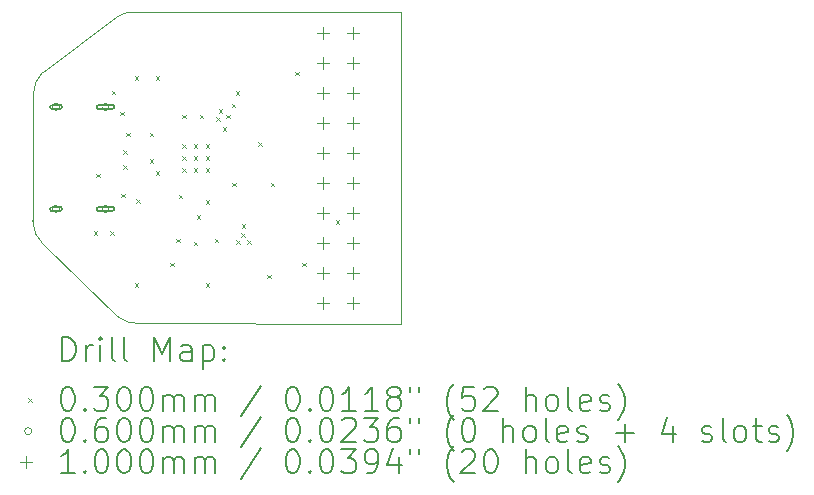
<source format=gbr>
%FSLAX45Y45*%
G04 Gerber Fmt 4.5, Leading zero omitted, Abs format (unit mm)*
G04 Created by KiCad (PCBNEW 5.99.0-unknown-c33b2cfa8d~128~ubuntu20.04.1) date 2021-05-18 07:10:54*
%MOMM*%
%LPD*%
G01*
G04 APERTURE LIST*
%TA.AperFunction,Profile*%
%ADD10C,0.050000*%
%TD*%
%ADD11C,0.200000*%
%ADD12C,0.030000*%
%ADD13C,0.060000*%
%ADD14C,0.100000*%
G04 APERTURE END LIST*
D10*
X13750000Y-9465000D02*
X13745000Y-10530000D01*
X13830546Y-9270546D02*
X14453756Y-8808178D01*
X14470000Y-11345000D02*
X13838911Y-10736959D01*
X16630000Y-8760000D02*
X16865000Y-8760000D01*
X16865000Y-11405000D02*
X16635000Y-11405000D01*
X16865000Y-8760000D02*
X16865000Y-11405000D01*
X14453756Y-8808178D02*
G75*
G02*
X14610000Y-8765000I141244J-206822D01*
G01*
X16630000Y-8760000D02*
X14610000Y-8765000D01*
X14635026Y-11401142D02*
G75*
G02*
X14470000Y-11345000I-10026J241142D01*
G01*
X13838911Y-10736959D02*
G75*
G02*
X13745000Y-10530000I181089J206959D01*
G01*
X13830546Y-9270546D02*
G75*
G03*
X13750000Y-9465000I194454J-194454D01*
G01*
X16635000Y-11405000D02*
X14635026Y-11401142D01*
D11*
D12*
X14262700Y-10620000D02*
X14292700Y-10650000D01*
X14292700Y-10620000D02*
X14262700Y-10650000D01*
X14285000Y-10135000D02*
X14315000Y-10165000D01*
X14315000Y-10135000D02*
X14285000Y-10165000D01*
X14402400Y-10620000D02*
X14432400Y-10650000D01*
X14432400Y-10620000D02*
X14402400Y-10650000D01*
X14413750Y-9431250D02*
X14443750Y-9461250D01*
X14443750Y-9431250D02*
X14413750Y-9461250D01*
X14485000Y-9610000D02*
X14515000Y-9640000D01*
X14515000Y-9610000D02*
X14485000Y-9640000D01*
X14493700Y-10302500D02*
X14523700Y-10332500D01*
X14523700Y-10302500D02*
X14493700Y-10332500D01*
X14510000Y-9935000D02*
X14540000Y-9965000D01*
X14540000Y-9935000D02*
X14510000Y-9965000D01*
X14510000Y-10062700D02*
X14540000Y-10092700D01*
X14540000Y-10062700D02*
X14510000Y-10092700D01*
X14535000Y-9785000D02*
X14565000Y-9815000D01*
X14565000Y-9785000D02*
X14535000Y-9815000D01*
X14610000Y-9310000D02*
X14640000Y-9340000D01*
X14640000Y-9310000D02*
X14610000Y-9340000D01*
X14610000Y-11060000D02*
X14640000Y-11090000D01*
X14640000Y-11060000D02*
X14610000Y-11090000D01*
X14622500Y-10347500D02*
X14652500Y-10377500D01*
X14652500Y-10347500D02*
X14622500Y-10377500D01*
X14735000Y-9785000D02*
X14765000Y-9815000D01*
X14765000Y-9785000D02*
X14735000Y-9815000D01*
X14735000Y-10010000D02*
X14765000Y-10040000D01*
X14765000Y-10010000D02*
X14735000Y-10040000D01*
X14785000Y-9310000D02*
X14815000Y-9340000D01*
X14815000Y-9310000D02*
X14785000Y-9340000D01*
X14787700Y-10112700D02*
X14817700Y-10142700D01*
X14817700Y-10112700D02*
X14787700Y-10142700D01*
X14910000Y-10885000D02*
X14940000Y-10915000D01*
X14940000Y-10885000D02*
X14910000Y-10915000D01*
X14960000Y-10685000D02*
X14990000Y-10715000D01*
X14990000Y-10685000D02*
X14960000Y-10715000D01*
X14982300Y-10310000D02*
X15012300Y-10340000D01*
X15012300Y-10310000D02*
X14982300Y-10340000D01*
X15010000Y-9635000D02*
X15040000Y-9665000D01*
X15040000Y-9635000D02*
X15010000Y-9665000D01*
X15010000Y-9885000D02*
X15040000Y-9915000D01*
X15040000Y-9885000D02*
X15010000Y-9915000D01*
X15010000Y-9985000D02*
X15040000Y-10015000D01*
X15040000Y-9985000D02*
X15010000Y-10015000D01*
X15010000Y-10085000D02*
X15040000Y-10115000D01*
X15040000Y-10085000D02*
X15010000Y-10115000D01*
X15110000Y-9885000D02*
X15140000Y-9915000D01*
X15140000Y-9885000D02*
X15110000Y-9915000D01*
X15110000Y-9985000D02*
X15140000Y-10015000D01*
X15140000Y-9985000D02*
X15110000Y-10015000D01*
X15110000Y-10085000D02*
X15140000Y-10115000D01*
X15140000Y-10085000D02*
X15110000Y-10115000D01*
X15110000Y-10710000D02*
X15140000Y-10740000D01*
X15140000Y-10710000D02*
X15110000Y-10740000D01*
X15135000Y-10485000D02*
X15165000Y-10515000D01*
X15165000Y-10485000D02*
X15135000Y-10515000D01*
X15160000Y-9635000D02*
X15190000Y-9665000D01*
X15190000Y-9635000D02*
X15160000Y-9665000D01*
X15210000Y-9885000D02*
X15240000Y-9915000D01*
X15240000Y-9885000D02*
X15210000Y-9915000D01*
X15210000Y-9985000D02*
X15240000Y-10015000D01*
X15240000Y-9985000D02*
X15210000Y-10015000D01*
X15210000Y-10085000D02*
X15240000Y-10115000D01*
X15240000Y-10085000D02*
X15210000Y-10115000D01*
X15210000Y-11060000D02*
X15240000Y-11090000D01*
X15240000Y-11060000D02*
X15210000Y-11090000D01*
X15211250Y-10358750D02*
X15241250Y-10388750D01*
X15241250Y-10358750D02*
X15211250Y-10388750D01*
X15285000Y-10685000D02*
X15315000Y-10715000D01*
X15315000Y-10685000D02*
X15285000Y-10715000D01*
X15300000Y-9655000D02*
X15330000Y-9685000D01*
X15330000Y-9655000D02*
X15300000Y-9685000D01*
X15320000Y-9585000D02*
X15350000Y-9615000D01*
X15350000Y-9585000D02*
X15320000Y-9615000D01*
X15353750Y-9741250D02*
X15383750Y-9771250D01*
X15383750Y-9741250D02*
X15353750Y-9771250D01*
X15385000Y-9635000D02*
X15415000Y-9665000D01*
X15415000Y-9635000D02*
X15385000Y-9665000D01*
X15430000Y-9540000D02*
X15460000Y-9570000D01*
X15460000Y-9540000D02*
X15430000Y-9570000D01*
X15435000Y-10210000D02*
X15465000Y-10240000D01*
X15465000Y-10210000D02*
X15435000Y-10240000D01*
X15465000Y-9435000D02*
X15495000Y-9465000D01*
X15495000Y-9435000D02*
X15465000Y-9465000D01*
X15470000Y-10695000D02*
X15500000Y-10725000D01*
X15500000Y-10695000D02*
X15470000Y-10725000D01*
X15512700Y-10635000D02*
X15542700Y-10665000D01*
X15542700Y-10635000D02*
X15512700Y-10665000D01*
X15515000Y-10560000D02*
X15545000Y-10590000D01*
X15545000Y-10560000D02*
X15515000Y-10590000D01*
X15560000Y-10695000D02*
X15590000Y-10725000D01*
X15590000Y-10695000D02*
X15560000Y-10725000D01*
X15655000Y-9865000D02*
X15685000Y-9895000D01*
X15685000Y-9865000D02*
X15655000Y-9895000D01*
X15730000Y-10990000D02*
X15760000Y-11020000D01*
X15760000Y-10990000D02*
X15730000Y-11020000D01*
X15760000Y-10210000D02*
X15790000Y-10240000D01*
X15790000Y-10210000D02*
X15760000Y-10240000D01*
X15970000Y-9270000D02*
X16000000Y-9300000D01*
X16000000Y-9270000D02*
X15970000Y-9300000D01*
X16025000Y-10885000D02*
X16055000Y-10915000D01*
X16055000Y-10885000D02*
X16025000Y-10915000D01*
X16310000Y-10525000D02*
X16340000Y-10555000D01*
X16340000Y-10525000D02*
X16310000Y-10555000D01*
D13*
X13972500Y-9568000D02*
G75*
G03*
X13972500Y-9568000I-30000J0D01*
G01*
D11*
X13972500Y-9548000D02*
X13912500Y-9548000D01*
X13972500Y-9588000D02*
X13912500Y-9588000D01*
X13912500Y-9548000D02*
G75*
G03*
X13912500Y-9588000I0J-20000D01*
G01*
X13972500Y-9588000D02*
G75*
G03*
X13972500Y-9548000I0J20000D01*
G01*
D13*
X13972500Y-10432000D02*
G75*
G03*
X13972500Y-10432000I-30000J0D01*
G01*
D11*
X13972500Y-10412000D02*
X13912500Y-10412000D01*
X13972500Y-10452000D02*
X13912500Y-10452000D01*
X13912500Y-10412000D02*
G75*
G03*
X13912500Y-10452000I0J-20000D01*
G01*
X13972500Y-10452000D02*
G75*
G03*
X13972500Y-10412000I0J20000D01*
G01*
D13*
X14390500Y-9568000D02*
G75*
G03*
X14390500Y-9568000I-30000J0D01*
G01*
D11*
X14415500Y-9548000D02*
X14305500Y-9548000D01*
X14415500Y-9588000D02*
X14305500Y-9588000D01*
X14305500Y-9548000D02*
G75*
G03*
X14305500Y-9588000I0J-20000D01*
G01*
X14415500Y-9588000D02*
G75*
G03*
X14415500Y-9548000I0J20000D01*
G01*
D13*
X14390500Y-10432000D02*
G75*
G03*
X14390500Y-10432000I-30000J0D01*
G01*
D11*
X14415500Y-10412000D02*
X14305500Y-10412000D01*
X14415500Y-10452000D02*
X14305500Y-10452000D01*
X14305500Y-10412000D02*
G75*
G03*
X14305500Y-10452000I0J-20000D01*
G01*
X14415500Y-10452000D02*
G75*
G03*
X14415500Y-10412000I0J20000D01*
G01*
D14*
X16200000Y-8890000D02*
X16200000Y-8990000D01*
X16150000Y-8940000D02*
X16250000Y-8940000D01*
X16200000Y-9144000D02*
X16200000Y-9244000D01*
X16150000Y-9194000D02*
X16250000Y-9194000D01*
X16200000Y-9398000D02*
X16200000Y-9498000D01*
X16150000Y-9448000D02*
X16250000Y-9448000D01*
X16200000Y-9652000D02*
X16200000Y-9752000D01*
X16150000Y-9702000D02*
X16250000Y-9702000D01*
X16200000Y-9906000D02*
X16200000Y-10006000D01*
X16150000Y-9956000D02*
X16250000Y-9956000D01*
X16200000Y-10160000D02*
X16200000Y-10260000D01*
X16150000Y-10210000D02*
X16250000Y-10210000D01*
X16200000Y-10414000D02*
X16200000Y-10514000D01*
X16150000Y-10464000D02*
X16250000Y-10464000D01*
X16200000Y-10668000D02*
X16200000Y-10768000D01*
X16150000Y-10718000D02*
X16250000Y-10718000D01*
X16200000Y-10922000D02*
X16200000Y-11022000D01*
X16150000Y-10972000D02*
X16250000Y-10972000D01*
X16200000Y-11176000D02*
X16200000Y-11276000D01*
X16150000Y-11226000D02*
X16250000Y-11226000D01*
X16454000Y-8890000D02*
X16454000Y-8990000D01*
X16404000Y-8940000D02*
X16504000Y-8940000D01*
X16454000Y-9144000D02*
X16454000Y-9244000D01*
X16404000Y-9194000D02*
X16504000Y-9194000D01*
X16454000Y-9398000D02*
X16454000Y-9498000D01*
X16404000Y-9448000D02*
X16504000Y-9448000D01*
X16454000Y-9652000D02*
X16454000Y-9752000D01*
X16404000Y-9702000D02*
X16504000Y-9702000D01*
X16454000Y-9906000D02*
X16454000Y-10006000D01*
X16404000Y-9956000D02*
X16504000Y-9956000D01*
X16454000Y-10160000D02*
X16454000Y-10260000D01*
X16404000Y-10210000D02*
X16504000Y-10210000D01*
X16454000Y-10414000D02*
X16454000Y-10514000D01*
X16404000Y-10464000D02*
X16504000Y-10464000D01*
X16454000Y-10668000D02*
X16454000Y-10768000D01*
X16404000Y-10718000D02*
X16504000Y-10718000D01*
X16454000Y-10922000D02*
X16454000Y-11022000D01*
X16404000Y-10972000D02*
X16504000Y-10972000D01*
X16454000Y-11176000D02*
X16454000Y-11276000D01*
X16404000Y-11226000D02*
X16504000Y-11226000D01*
D11*
X13995119Y-11719326D02*
X13995119Y-11519326D01*
X14042738Y-11519326D01*
X14071309Y-11528850D01*
X14090357Y-11547898D01*
X14099881Y-11566946D01*
X14109405Y-11605041D01*
X14109405Y-11633612D01*
X14099881Y-11671707D01*
X14090357Y-11690755D01*
X14071309Y-11709803D01*
X14042738Y-11719326D01*
X13995119Y-11719326D01*
X14195119Y-11719326D02*
X14195119Y-11585993D01*
X14195119Y-11624088D02*
X14204643Y-11605041D01*
X14214167Y-11595517D01*
X14233214Y-11585993D01*
X14252262Y-11585993D01*
X14318928Y-11719326D02*
X14318928Y-11585993D01*
X14318928Y-11519326D02*
X14309405Y-11528850D01*
X14318928Y-11538374D01*
X14328452Y-11528850D01*
X14318928Y-11519326D01*
X14318928Y-11538374D01*
X14442738Y-11719326D02*
X14423690Y-11709803D01*
X14414167Y-11690755D01*
X14414167Y-11519326D01*
X14547500Y-11719326D02*
X14528452Y-11709803D01*
X14518928Y-11690755D01*
X14518928Y-11519326D01*
X14776071Y-11719326D02*
X14776071Y-11519326D01*
X14842738Y-11662184D01*
X14909405Y-11519326D01*
X14909405Y-11719326D01*
X15090357Y-11719326D02*
X15090357Y-11614565D01*
X15080833Y-11595517D01*
X15061786Y-11585993D01*
X15023690Y-11585993D01*
X15004643Y-11595517D01*
X15090357Y-11709803D02*
X15071309Y-11719326D01*
X15023690Y-11719326D01*
X15004643Y-11709803D01*
X14995119Y-11690755D01*
X14995119Y-11671707D01*
X15004643Y-11652660D01*
X15023690Y-11643136D01*
X15071309Y-11643136D01*
X15090357Y-11633612D01*
X15185595Y-11585993D02*
X15185595Y-11785993D01*
X15185595Y-11595517D02*
X15204643Y-11585993D01*
X15242738Y-11585993D01*
X15261786Y-11595517D01*
X15271309Y-11605041D01*
X15280833Y-11624088D01*
X15280833Y-11681231D01*
X15271309Y-11700279D01*
X15261786Y-11709803D01*
X15242738Y-11719326D01*
X15204643Y-11719326D01*
X15185595Y-11709803D01*
X15366548Y-11700279D02*
X15376071Y-11709803D01*
X15366548Y-11719326D01*
X15357024Y-11709803D01*
X15366548Y-11700279D01*
X15366548Y-11719326D01*
X15366548Y-11595517D02*
X15376071Y-11605041D01*
X15366548Y-11614565D01*
X15357024Y-11605041D01*
X15366548Y-11595517D01*
X15366548Y-11614565D01*
D12*
X13707500Y-12033850D02*
X13737500Y-12063850D01*
X13737500Y-12033850D02*
X13707500Y-12063850D01*
D11*
X14033214Y-11939326D02*
X14052262Y-11939326D01*
X14071309Y-11948850D01*
X14080833Y-11958374D01*
X14090357Y-11977422D01*
X14099881Y-12015517D01*
X14099881Y-12063136D01*
X14090357Y-12101231D01*
X14080833Y-12120279D01*
X14071309Y-12129803D01*
X14052262Y-12139326D01*
X14033214Y-12139326D01*
X14014167Y-12129803D01*
X14004643Y-12120279D01*
X13995119Y-12101231D01*
X13985595Y-12063136D01*
X13985595Y-12015517D01*
X13995119Y-11977422D01*
X14004643Y-11958374D01*
X14014167Y-11948850D01*
X14033214Y-11939326D01*
X14185595Y-12120279D02*
X14195119Y-12129803D01*
X14185595Y-12139326D01*
X14176071Y-12129803D01*
X14185595Y-12120279D01*
X14185595Y-12139326D01*
X14261786Y-11939326D02*
X14385595Y-11939326D01*
X14318928Y-12015517D01*
X14347500Y-12015517D01*
X14366548Y-12025041D01*
X14376071Y-12034565D01*
X14385595Y-12053612D01*
X14385595Y-12101231D01*
X14376071Y-12120279D01*
X14366548Y-12129803D01*
X14347500Y-12139326D01*
X14290357Y-12139326D01*
X14271309Y-12129803D01*
X14261786Y-12120279D01*
X14509405Y-11939326D02*
X14528452Y-11939326D01*
X14547500Y-11948850D01*
X14557024Y-11958374D01*
X14566548Y-11977422D01*
X14576071Y-12015517D01*
X14576071Y-12063136D01*
X14566548Y-12101231D01*
X14557024Y-12120279D01*
X14547500Y-12129803D01*
X14528452Y-12139326D01*
X14509405Y-12139326D01*
X14490357Y-12129803D01*
X14480833Y-12120279D01*
X14471309Y-12101231D01*
X14461786Y-12063136D01*
X14461786Y-12015517D01*
X14471309Y-11977422D01*
X14480833Y-11958374D01*
X14490357Y-11948850D01*
X14509405Y-11939326D01*
X14699881Y-11939326D02*
X14718928Y-11939326D01*
X14737976Y-11948850D01*
X14747500Y-11958374D01*
X14757024Y-11977422D01*
X14766548Y-12015517D01*
X14766548Y-12063136D01*
X14757024Y-12101231D01*
X14747500Y-12120279D01*
X14737976Y-12129803D01*
X14718928Y-12139326D01*
X14699881Y-12139326D01*
X14680833Y-12129803D01*
X14671309Y-12120279D01*
X14661786Y-12101231D01*
X14652262Y-12063136D01*
X14652262Y-12015517D01*
X14661786Y-11977422D01*
X14671309Y-11958374D01*
X14680833Y-11948850D01*
X14699881Y-11939326D01*
X14852262Y-12139326D02*
X14852262Y-12005993D01*
X14852262Y-12025041D02*
X14861786Y-12015517D01*
X14880833Y-12005993D01*
X14909405Y-12005993D01*
X14928452Y-12015517D01*
X14937976Y-12034565D01*
X14937976Y-12139326D01*
X14937976Y-12034565D02*
X14947500Y-12015517D01*
X14966548Y-12005993D01*
X14995119Y-12005993D01*
X15014167Y-12015517D01*
X15023690Y-12034565D01*
X15023690Y-12139326D01*
X15118928Y-12139326D02*
X15118928Y-12005993D01*
X15118928Y-12025041D02*
X15128452Y-12015517D01*
X15147500Y-12005993D01*
X15176071Y-12005993D01*
X15195119Y-12015517D01*
X15204643Y-12034565D01*
X15204643Y-12139326D01*
X15204643Y-12034565D02*
X15214167Y-12015517D01*
X15233214Y-12005993D01*
X15261786Y-12005993D01*
X15280833Y-12015517D01*
X15290357Y-12034565D01*
X15290357Y-12139326D01*
X15680833Y-11929803D02*
X15509405Y-12186946D01*
X15937976Y-11939326D02*
X15957024Y-11939326D01*
X15976071Y-11948850D01*
X15985595Y-11958374D01*
X15995119Y-11977422D01*
X16004643Y-12015517D01*
X16004643Y-12063136D01*
X15995119Y-12101231D01*
X15985595Y-12120279D01*
X15976071Y-12129803D01*
X15957024Y-12139326D01*
X15937976Y-12139326D01*
X15918928Y-12129803D01*
X15909405Y-12120279D01*
X15899881Y-12101231D01*
X15890357Y-12063136D01*
X15890357Y-12015517D01*
X15899881Y-11977422D01*
X15909405Y-11958374D01*
X15918928Y-11948850D01*
X15937976Y-11939326D01*
X16090357Y-12120279D02*
X16099881Y-12129803D01*
X16090357Y-12139326D01*
X16080833Y-12129803D01*
X16090357Y-12120279D01*
X16090357Y-12139326D01*
X16223690Y-11939326D02*
X16242738Y-11939326D01*
X16261786Y-11948850D01*
X16271309Y-11958374D01*
X16280833Y-11977422D01*
X16290357Y-12015517D01*
X16290357Y-12063136D01*
X16280833Y-12101231D01*
X16271309Y-12120279D01*
X16261786Y-12129803D01*
X16242738Y-12139326D01*
X16223690Y-12139326D01*
X16204643Y-12129803D01*
X16195119Y-12120279D01*
X16185595Y-12101231D01*
X16176071Y-12063136D01*
X16176071Y-12015517D01*
X16185595Y-11977422D01*
X16195119Y-11958374D01*
X16204643Y-11948850D01*
X16223690Y-11939326D01*
X16480833Y-12139326D02*
X16366548Y-12139326D01*
X16423690Y-12139326D02*
X16423690Y-11939326D01*
X16404643Y-11967898D01*
X16385595Y-11986946D01*
X16366548Y-11996469D01*
X16671309Y-12139326D02*
X16557024Y-12139326D01*
X16614167Y-12139326D02*
X16614167Y-11939326D01*
X16595119Y-11967898D01*
X16576071Y-11986946D01*
X16557024Y-11996469D01*
X16785595Y-12025041D02*
X16766548Y-12015517D01*
X16757024Y-12005993D01*
X16747500Y-11986946D01*
X16747500Y-11977422D01*
X16757024Y-11958374D01*
X16766548Y-11948850D01*
X16785595Y-11939326D01*
X16823690Y-11939326D01*
X16842738Y-11948850D01*
X16852262Y-11958374D01*
X16861786Y-11977422D01*
X16861786Y-11986946D01*
X16852262Y-12005993D01*
X16842738Y-12015517D01*
X16823690Y-12025041D01*
X16785595Y-12025041D01*
X16766548Y-12034565D01*
X16757024Y-12044088D01*
X16747500Y-12063136D01*
X16747500Y-12101231D01*
X16757024Y-12120279D01*
X16766548Y-12129803D01*
X16785595Y-12139326D01*
X16823690Y-12139326D01*
X16842738Y-12129803D01*
X16852262Y-12120279D01*
X16861786Y-12101231D01*
X16861786Y-12063136D01*
X16852262Y-12044088D01*
X16842738Y-12034565D01*
X16823690Y-12025041D01*
X16937976Y-11939326D02*
X16937976Y-11977422D01*
X17014167Y-11939326D02*
X17014167Y-11977422D01*
X17309405Y-12215517D02*
X17299881Y-12205993D01*
X17280833Y-12177422D01*
X17271310Y-12158374D01*
X17261786Y-12129803D01*
X17252262Y-12082184D01*
X17252262Y-12044088D01*
X17261786Y-11996469D01*
X17271310Y-11967898D01*
X17280833Y-11948850D01*
X17299881Y-11920279D01*
X17309405Y-11910755D01*
X17480833Y-11939326D02*
X17385595Y-11939326D01*
X17376071Y-12034565D01*
X17385595Y-12025041D01*
X17404643Y-12015517D01*
X17452262Y-12015517D01*
X17471310Y-12025041D01*
X17480833Y-12034565D01*
X17490357Y-12053612D01*
X17490357Y-12101231D01*
X17480833Y-12120279D01*
X17471310Y-12129803D01*
X17452262Y-12139326D01*
X17404643Y-12139326D01*
X17385595Y-12129803D01*
X17376071Y-12120279D01*
X17566548Y-11958374D02*
X17576071Y-11948850D01*
X17595119Y-11939326D01*
X17642738Y-11939326D01*
X17661786Y-11948850D01*
X17671310Y-11958374D01*
X17680833Y-11977422D01*
X17680833Y-11996469D01*
X17671310Y-12025041D01*
X17557024Y-12139326D01*
X17680833Y-12139326D01*
X17918929Y-12139326D02*
X17918929Y-11939326D01*
X18004643Y-12139326D02*
X18004643Y-12034565D01*
X17995119Y-12015517D01*
X17976071Y-12005993D01*
X17947500Y-12005993D01*
X17928452Y-12015517D01*
X17918929Y-12025041D01*
X18128452Y-12139326D02*
X18109405Y-12129803D01*
X18099881Y-12120279D01*
X18090357Y-12101231D01*
X18090357Y-12044088D01*
X18099881Y-12025041D01*
X18109405Y-12015517D01*
X18128452Y-12005993D01*
X18157024Y-12005993D01*
X18176071Y-12015517D01*
X18185595Y-12025041D01*
X18195119Y-12044088D01*
X18195119Y-12101231D01*
X18185595Y-12120279D01*
X18176071Y-12129803D01*
X18157024Y-12139326D01*
X18128452Y-12139326D01*
X18309405Y-12139326D02*
X18290357Y-12129803D01*
X18280833Y-12110755D01*
X18280833Y-11939326D01*
X18461786Y-12129803D02*
X18442738Y-12139326D01*
X18404643Y-12139326D01*
X18385595Y-12129803D01*
X18376071Y-12110755D01*
X18376071Y-12034565D01*
X18385595Y-12015517D01*
X18404643Y-12005993D01*
X18442738Y-12005993D01*
X18461786Y-12015517D01*
X18471310Y-12034565D01*
X18471310Y-12053612D01*
X18376071Y-12072660D01*
X18547500Y-12129803D02*
X18566548Y-12139326D01*
X18604643Y-12139326D01*
X18623690Y-12129803D01*
X18633214Y-12110755D01*
X18633214Y-12101231D01*
X18623690Y-12082184D01*
X18604643Y-12072660D01*
X18576071Y-12072660D01*
X18557024Y-12063136D01*
X18547500Y-12044088D01*
X18547500Y-12034565D01*
X18557024Y-12015517D01*
X18576071Y-12005993D01*
X18604643Y-12005993D01*
X18623690Y-12015517D01*
X18699881Y-12215517D02*
X18709405Y-12205993D01*
X18728452Y-12177422D01*
X18737976Y-12158374D01*
X18747500Y-12129803D01*
X18757024Y-12082184D01*
X18757024Y-12044088D01*
X18747500Y-11996469D01*
X18737976Y-11967898D01*
X18728452Y-11948850D01*
X18709405Y-11920279D01*
X18699881Y-11910755D01*
D13*
X13737500Y-12312850D02*
G75*
G03*
X13737500Y-12312850I-30000J0D01*
G01*
D11*
X14033214Y-12203326D02*
X14052262Y-12203326D01*
X14071309Y-12212850D01*
X14080833Y-12222374D01*
X14090357Y-12241422D01*
X14099881Y-12279517D01*
X14099881Y-12327136D01*
X14090357Y-12365231D01*
X14080833Y-12384279D01*
X14071309Y-12393803D01*
X14052262Y-12403326D01*
X14033214Y-12403326D01*
X14014167Y-12393803D01*
X14004643Y-12384279D01*
X13995119Y-12365231D01*
X13985595Y-12327136D01*
X13985595Y-12279517D01*
X13995119Y-12241422D01*
X14004643Y-12222374D01*
X14014167Y-12212850D01*
X14033214Y-12203326D01*
X14185595Y-12384279D02*
X14195119Y-12393803D01*
X14185595Y-12403326D01*
X14176071Y-12393803D01*
X14185595Y-12384279D01*
X14185595Y-12403326D01*
X14366548Y-12203326D02*
X14328452Y-12203326D01*
X14309405Y-12212850D01*
X14299881Y-12222374D01*
X14280833Y-12250946D01*
X14271309Y-12289041D01*
X14271309Y-12365231D01*
X14280833Y-12384279D01*
X14290357Y-12393803D01*
X14309405Y-12403326D01*
X14347500Y-12403326D01*
X14366548Y-12393803D01*
X14376071Y-12384279D01*
X14385595Y-12365231D01*
X14385595Y-12317612D01*
X14376071Y-12298565D01*
X14366548Y-12289041D01*
X14347500Y-12279517D01*
X14309405Y-12279517D01*
X14290357Y-12289041D01*
X14280833Y-12298565D01*
X14271309Y-12317612D01*
X14509405Y-12203326D02*
X14528452Y-12203326D01*
X14547500Y-12212850D01*
X14557024Y-12222374D01*
X14566548Y-12241422D01*
X14576071Y-12279517D01*
X14576071Y-12327136D01*
X14566548Y-12365231D01*
X14557024Y-12384279D01*
X14547500Y-12393803D01*
X14528452Y-12403326D01*
X14509405Y-12403326D01*
X14490357Y-12393803D01*
X14480833Y-12384279D01*
X14471309Y-12365231D01*
X14461786Y-12327136D01*
X14461786Y-12279517D01*
X14471309Y-12241422D01*
X14480833Y-12222374D01*
X14490357Y-12212850D01*
X14509405Y-12203326D01*
X14699881Y-12203326D02*
X14718928Y-12203326D01*
X14737976Y-12212850D01*
X14747500Y-12222374D01*
X14757024Y-12241422D01*
X14766548Y-12279517D01*
X14766548Y-12327136D01*
X14757024Y-12365231D01*
X14747500Y-12384279D01*
X14737976Y-12393803D01*
X14718928Y-12403326D01*
X14699881Y-12403326D01*
X14680833Y-12393803D01*
X14671309Y-12384279D01*
X14661786Y-12365231D01*
X14652262Y-12327136D01*
X14652262Y-12279517D01*
X14661786Y-12241422D01*
X14671309Y-12222374D01*
X14680833Y-12212850D01*
X14699881Y-12203326D01*
X14852262Y-12403326D02*
X14852262Y-12269993D01*
X14852262Y-12289041D02*
X14861786Y-12279517D01*
X14880833Y-12269993D01*
X14909405Y-12269993D01*
X14928452Y-12279517D01*
X14937976Y-12298565D01*
X14937976Y-12403326D01*
X14937976Y-12298565D02*
X14947500Y-12279517D01*
X14966548Y-12269993D01*
X14995119Y-12269993D01*
X15014167Y-12279517D01*
X15023690Y-12298565D01*
X15023690Y-12403326D01*
X15118928Y-12403326D02*
X15118928Y-12269993D01*
X15118928Y-12289041D02*
X15128452Y-12279517D01*
X15147500Y-12269993D01*
X15176071Y-12269993D01*
X15195119Y-12279517D01*
X15204643Y-12298565D01*
X15204643Y-12403326D01*
X15204643Y-12298565D02*
X15214167Y-12279517D01*
X15233214Y-12269993D01*
X15261786Y-12269993D01*
X15280833Y-12279517D01*
X15290357Y-12298565D01*
X15290357Y-12403326D01*
X15680833Y-12193803D02*
X15509405Y-12450946D01*
X15937976Y-12203326D02*
X15957024Y-12203326D01*
X15976071Y-12212850D01*
X15985595Y-12222374D01*
X15995119Y-12241422D01*
X16004643Y-12279517D01*
X16004643Y-12327136D01*
X15995119Y-12365231D01*
X15985595Y-12384279D01*
X15976071Y-12393803D01*
X15957024Y-12403326D01*
X15937976Y-12403326D01*
X15918928Y-12393803D01*
X15909405Y-12384279D01*
X15899881Y-12365231D01*
X15890357Y-12327136D01*
X15890357Y-12279517D01*
X15899881Y-12241422D01*
X15909405Y-12222374D01*
X15918928Y-12212850D01*
X15937976Y-12203326D01*
X16090357Y-12384279D02*
X16099881Y-12393803D01*
X16090357Y-12403326D01*
X16080833Y-12393803D01*
X16090357Y-12384279D01*
X16090357Y-12403326D01*
X16223690Y-12203326D02*
X16242738Y-12203326D01*
X16261786Y-12212850D01*
X16271309Y-12222374D01*
X16280833Y-12241422D01*
X16290357Y-12279517D01*
X16290357Y-12327136D01*
X16280833Y-12365231D01*
X16271309Y-12384279D01*
X16261786Y-12393803D01*
X16242738Y-12403326D01*
X16223690Y-12403326D01*
X16204643Y-12393803D01*
X16195119Y-12384279D01*
X16185595Y-12365231D01*
X16176071Y-12327136D01*
X16176071Y-12279517D01*
X16185595Y-12241422D01*
X16195119Y-12222374D01*
X16204643Y-12212850D01*
X16223690Y-12203326D01*
X16366548Y-12222374D02*
X16376071Y-12212850D01*
X16395119Y-12203326D01*
X16442738Y-12203326D01*
X16461786Y-12212850D01*
X16471309Y-12222374D01*
X16480833Y-12241422D01*
X16480833Y-12260469D01*
X16471309Y-12289041D01*
X16357024Y-12403326D01*
X16480833Y-12403326D01*
X16547500Y-12203326D02*
X16671309Y-12203326D01*
X16604643Y-12279517D01*
X16633214Y-12279517D01*
X16652262Y-12289041D01*
X16661786Y-12298565D01*
X16671309Y-12317612D01*
X16671309Y-12365231D01*
X16661786Y-12384279D01*
X16652262Y-12393803D01*
X16633214Y-12403326D01*
X16576071Y-12403326D01*
X16557024Y-12393803D01*
X16547500Y-12384279D01*
X16842738Y-12203326D02*
X16804643Y-12203326D01*
X16785595Y-12212850D01*
X16776071Y-12222374D01*
X16757024Y-12250946D01*
X16747500Y-12289041D01*
X16747500Y-12365231D01*
X16757024Y-12384279D01*
X16766548Y-12393803D01*
X16785595Y-12403326D01*
X16823690Y-12403326D01*
X16842738Y-12393803D01*
X16852262Y-12384279D01*
X16861786Y-12365231D01*
X16861786Y-12317612D01*
X16852262Y-12298565D01*
X16842738Y-12289041D01*
X16823690Y-12279517D01*
X16785595Y-12279517D01*
X16766548Y-12289041D01*
X16757024Y-12298565D01*
X16747500Y-12317612D01*
X16937976Y-12203326D02*
X16937976Y-12241422D01*
X17014167Y-12203326D02*
X17014167Y-12241422D01*
X17309405Y-12479517D02*
X17299881Y-12469993D01*
X17280833Y-12441422D01*
X17271310Y-12422374D01*
X17261786Y-12393803D01*
X17252262Y-12346184D01*
X17252262Y-12308088D01*
X17261786Y-12260469D01*
X17271310Y-12231898D01*
X17280833Y-12212850D01*
X17299881Y-12184279D01*
X17309405Y-12174755D01*
X17423690Y-12203326D02*
X17442738Y-12203326D01*
X17461786Y-12212850D01*
X17471310Y-12222374D01*
X17480833Y-12241422D01*
X17490357Y-12279517D01*
X17490357Y-12327136D01*
X17480833Y-12365231D01*
X17471310Y-12384279D01*
X17461786Y-12393803D01*
X17442738Y-12403326D01*
X17423690Y-12403326D01*
X17404643Y-12393803D01*
X17395119Y-12384279D01*
X17385595Y-12365231D01*
X17376071Y-12327136D01*
X17376071Y-12279517D01*
X17385595Y-12241422D01*
X17395119Y-12222374D01*
X17404643Y-12212850D01*
X17423690Y-12203326D01*
X17728452Y-12403326D02*
X17728452Y-12203326D01*
X17814167Y-12403326D02*
X17814167Y-12298565D01*
X17804643Y-12279517D01*
X17785595Y-12269993D01*
X17757024Y-12269993D01*
X17737976Y-12279517D01*
X17728452Y-12289041D01*
X17937976Y-12403326D02*
X17918929Y-12393803D01*
X17909405Y-12384279D01*
X17899881Y-12365231D01*
X17899881Y-12308088D01*
X17909405Y-12289041D01*
X17918929Y-12279517D01*
X17937976Y-12269993D01*
X17966548Y-12269993D01*
X17985595Y-12279517D01*
X17995119Y-12289041D01*
X18004643Y-12308088D01*
X18004643Y-12365231D01*
X17995119Y-12384279D01*
X17985595Y-12393803D01*
X17966548Y-12403326D01*
X17937976Y-12403326D01*
X18118929Y-12403326D02*
X18099881Y-12393803D01*
X18090357Y-12374755D01*
X18090357Y-12203326D01*
X18271310Y-12393803D02*
X18252262Y-12403326D01*
X18214167Y-12403326D01*
X18195119Y-12393803D01*
X18185595Y-12374755D01*
X18185595Y-12298565D01*
X18195119Y-12279517D01*
X18214167Y-12269993D01*
X18252262Y-12269993D01*
X18271310Y-12279517D01*
X18280833Y-12298565D01*
X18280833Y-12317612D01*
X18185595Y-12336660D01*
X18357024Y-12393803D02*
X18376071Y-12403326D01*
X18414167Y-12403326D01*
X18433214Y-12393803D01*
X18442738Y-12374755D01*
X18442738Y-12365231D01*
X18433214Y-12346184D01*
X18414167Y-12336660D01*
X18385595Y-12336660D01*
X18366548Y-12327136D01*
X18357024Y-12308088D01*
X18357024Y-12298565D01*
X18366548Y-12279517D01*
X18385595Y-12269993D01*
X18414167Y-12269993D01*
X18433214Y-12279517D01*
X18680833Y-12327136D02*
X18833214Y-12327136D01*
X18757024Y-12403326D02*
X18757024Y-12250946D01*
X19166548Y-12269993D02*
X19166548Y-12403326D01*
X19118929Y-12193803D02*
X19071310Y-12336660D01*
X19195119Y-12336660D01*
X19414167Y-12393803D02*
X19433214Y-12403326D01*
X19471310Y-12403326D01*
X19490357Y-12393803D01*
X19499881Y-12374755D01*
X19499881Y-12365231D01*
X19490357Y-12346184D01*
X19471310Y-12336660D01*
X19442738Y-12336660D01*
X19423690Y-12327136D01*
X19414167Y-12308088D01*
X19414167Y-12298565D01*
X19423690Y-12279517D01*
X19442738Y-12269993D01*
X19471310Y-12269993D01*
X19490357Y-12279517D01*
X19614167Y-12403326D02*
X19595119Y-12393803D01*
X19585595Y-12374755D01*
X19585595Y-12203326D01*
X19718929Y-12403326D02*
X19699881Y-12393803D01*
X19690357Y-12384279D01*
X19680833Y-12365231D01*
X19680833Y-12308088D01*
X19690357Y-12289041D01*
X19699881Y-12279517D01*
X19718929Y-12269993D01*
X19747500Y-12269993D01*
X19766548Y-12279517D01*
X19776071Y-12289041D01*
X19785595Y-12308088D01*
X19785595Y-12365231D01*
X19776071Y-12384279D01*
X19766548Y-12393803D01*
X19747500Y-12403326D01*
X19718929Y-12403326D01*
X19842738Y-12269993D02*
X19918929Y-12269993D01*
X19871310Y-12203326D02*
X19871310Y-12374755D01*
X19880833Y-12393803D01*
X19899881Y-12403326D01*
X19918929Y-12403326D01*
X19976071Y-12393803D02*
X19995119Y-12403326D01*
X20033214Y-12403326D01*
X20052262Y-12393803D01*
X20061786Y-12374755D01*
X20061786Y-12365231D01*
X20052262Y-12346184D01*
X20033214Y-12336660D01*
X20004643Y-12336660D01*
X19985595Y-12327136D01*
X19976071Y-12308088D01*
X19976071Y-12298565D01*
X19985595Y-12279517D01*
X20004643Y-12269993D01*
X20033214Y-12269993D01*
X20052262Y-12279517D01*
X20128452Y-12479517D02*
X20137976Y-12469993D01*
X20157024Y-12441422D01*
X20166548Y-12422374D01*
X20176071Y-12393803D01*
X20185595Y-12346184D01*
X20185595Y-12308088D01*
X20176071Y-12260469D01*
X20166548Y-12231898D01*
X20157024Y-12212850D01*
X20137976Y-12184279D01*
X20128452Y-12174755D01*
D14*
X13687500Y-12526850D02*
X13687500Y-12626850D01*
X13637500Y-12576850D02*
X13737500Y-12576850D01*
D11*
X14099881Y-12667326D02*
X13985595Y-12667326D01*
X14042738Y-12667326D02*
X14042738Y-12467326D01*
X14023690Y-12495898D01*
X14004643Y-12514946D01*
X13985595Y-12524469D01*
X14185595Y-12648279D02*
X14195119Y-12657803D01*
X14185595Y-12667326D01*
X14176071Y-12657803D01*
X14185595Y-12648279D01*
X14185595Y-12667326D01*
X14318928Y-12467326D02*
X14337976Y-12467326D01*
X14357024Y-12476850D01*
X14366548Y-12486374D01*
X14376071Y-12505422D01*
X14385595Y-12543517D01*
X14385595Y-12591136D01*
X14376071Y-12629231D01*
X14366548Y-12648279D01*
X14357024Y-12657803D01*
X14337976Y-12667326D01*
X14318928Y-12667326D01*
X14299881Y-12657803D01*
X14290357Y-12648279D01*
X14280833Y-12629231D01*
X14271309Y-12591136D01*
X14271309Y-12543517D01*
X14280833Y-12505422D01*
X14290357Y-12486374D01*
X14299881Y-12476850D01*
X14318928Y-12467326D01*
X14509405Y-12467326D02*
X14528452Y-12467326D01*
X14547500Y-12476850D01*
X14557024Y-12486374D01*
X14566548Y-12505422D01*
X14576071Y-12543517D01*
X14576071Y-12591136D01*
X14566548Y-12629231D01*
X14557024Y-12648279D01*
X14547500Y-12657803D01*
X14528452Y-12667326D01*
X14509405Y-12667326D01*
X14490357Y-12657803D01*
X14480833Y-12648279D01*
X14471309Y-12629231D01*
X14461786Y-12591136D01*
X14461786Y-12543517D01*
X14471309Y-12505422D01*
X14480833Y-12486374D01*
X14490357Y-12476850D01*
X14509405Y-12467326D01*
X14699881Y-12467326D02*
X14718928Y-12467326D01*
X14737976Y-12476850D01*
X14747500Y-12486374D01*
X14757024Y-12505422D01*
X14766548Y-12543517D01*
X14766548Y-12591136D01*
X14757024Y-12629231D01*
X14747500Y-12648279D01*
X14737976Y-12657803D01*
X14718928Y-12667326D01*
X14699881Y-12667326D01*
X14680833Y-12657803D01*
X14671309Y-12648279D01*
X14661786Y-12629231D01*
X14652262Y-12591136D01*
X14652262Y-12543517D01*
X14661786Y-12505422D01*
X14671309Y-12486374D01*
X14680833Y-12476850D01*
X14699881Y-12467326D01*
X14852262Y-12667326D02*
X14852262Y-12533993D01*
X14852262Y-12553041D02*
X14861786Y-12543517D01*
X14880833Y-12533993D01*
X14909405Y-12533993D01*
X14928452Y-12543517D01*
X14937976Y-12562565D01*
X14937976Y-12667326D01*
X14937976Y-12562565D02*
X14947500Y-12543517D01*
X14966548Y-12533993D01*
X14995119Y-12533993D01*
X15014167Y-12543517D01*
X15023690Y-12562565D01*
X15023690Y-12667326D01*
X15118928Y-12667326D02*
X15118928Y-12533993D01*
X15118928Y-12553041D02*
X15128452Y-12543517D01*
X15147500Y-12533993D01*
X15176071Y-12533993D01*
X15195119Y-12543517D01*
X15204643Y-12562565D01*
X15204643Y-12667326D01*
X15204643Y-12562565D02*
X15214167Y-12543517D01*
X15233214Y-12533993D01*
X15261786Y-12533993D01*
X15280833Y-12543517D01*
X15290357Y-12562565D01*
X15290357Y-12667326D01*
X15680833Y-12457803D02*
X15509405Y-12714946D01*
X15937976Y-12467326D02*
X15957024Y-12467326D01*
X15976071Y-12476850D01*
X15985595Y-12486374D01*
X15995119Y-12505422D01*
X16004643Y-12543517D01*
X16004643Y-12591136D01*
X15995119Y-12629231D01*
X15985595Y-12648279D01*
X15976071Y-12657803D01*
X15957024Y-12667326D01*
X15937976Y-12667326D01*
X15918928Y-12657803D01*
X15909405Y-12648279D01*
X15899881Y-12629231D01*
X15890357Y-12591136D01*
X15890357Y-12543517D01*
X15899881Y-12505422D01*
X15909405Y-12486374D01*
X15918928Y-12476850D01*
X15937976Y-12467326D01*
X16090357Y-12648279D02*
X16099881Y-12657803D01*
X16090357Y-12667326D01*
X16080833Y-12657803D01*
X16090357Y-12648279D01*
X16090357Y-12667326D01*
X16223690Y-12467326D02*
X16242738Y-12467326D01*
X16261786Y-12476850D01*
X16271309Y-12486374D01*
X16280833Y-12505422D01*
X16290357Y-12543517D01*
X16290357Y-12591136D01*
X16280833Y-12629231D01*
X16271309Y-12648279D01*
X16261786Y-12657803D01*
X16242738Y-12667326D01*
X16223690Y-12667326D01*
X16204643Y-12657803D01*
X16195119Y-12648279D01*
X16185595Y-12629231D01*
X16176071Y-12591136D01*
X16176071Y-12543517D01*
X16185595Y-12505422D01*
X16195119Y-12486374D01*
X16204643Y-12476850D01*
X16223690Y-12467326D01*
X16357024Y-12467326D02*
X16480833Y-12467326D01*
X16414167Y-12543517D01*
X16442738Y-12543517D01*
X16461786Y-12553041D01*
X16471309Y-12562565D01*
X16480833Y-12581612D01*
X16480833Y-12629231D01*
X16471309Y-12648279D01*
X16461786Y-12657803D01*
X16442738Y-12667326D01*
X16385595Y-12667326D01*
X16366548Y-12657803D01*
X16357024Y-12648279D01*
X16576071Y-12667326D02*
X16614167Y-12667326D01*
X16633214Y-12657803D01*
X16642738Y-12648279D01*
X16661786Y-12619707D01*
X16671309Y-12581612D01*
X16671309Y-12505422D01*
X16661786Y-12486374D01*
X16652262Y-12476850D01*
X16633214Y-12467326D01*
X16595119Y-12467326D01*
X16576071Y-12476850D01*
X16566548Y-12486374D01*
X16557024Y-12505422D01*
X16557024Y-12553041D01*
X16566548Y-12572088D01*
X16576071Y-12581612D01*
X16595119Y-12591136D01*
X16633214Y-12591136D01*
X16652262Y-12581612D01*
X16661786Y-12572088D01*
X16671309Y-12553041D01*
X16842738Y-12533993D02*
X16842738Y-12667326D01*
X16795119Y-12457803D02*
X16747500Y-12600660D01*
X16871310Y-12600660D01*
X16937976Y-12467326D02*
X16937976Y-12505422D01*
X17014167Y-12467326D02*
X17014167Y-12505422D01*
X17309405Y-12743517D02*
X17299881Y-12733993D01*
X17280833Y-12705422D01*
X17271310Y-12686374D01*
X17261786Y-12657803D01*
X17252262Y-12610184D01*
X17252262Y-12572088D01*
X17261786Y-12524469D01*
X17271310Y-12495898D01*
X17280833Y-12476850D01*
X17299881Y-12448279D01*
X17309405Y-12438755D01*
X17376071Y-12486374D02*
X17385595Y-12476850D01*
X17404643Y-12467326D01*
X17452262Y-12467326D01*
X17471310Y-12476850D01*
X17480833Y-12486374D01*
X17490357Y-12505422D01*
X17490357Y-12524469D01*
X17480833Y-12553041D01*
X17366548Y-12667326D01*
X17490357Y-12667326D01*
X17614167Y-12467326D02*
X17633214Y-12467326D01*
X17652262Y-12476850D01*
X17661786Y-12486374D01*
X17671310Y-12505422D01*
X17680833Y-12543517D01*
X17680833Y-12591136D01*
X17671310Y-12629231D01*
X17661786Y-12648279D01*
X17652262Y-12657803D01*
X17633214Y-12667326D01*
X17614167Y-12667326D01*
X17595119Y-12657803D01*
X17585595Y-12648279D01*
X17576071Y-12629231D01*
X17566548Y-12591136D01*
X17566548Y-12543517D01*
X17576071Y-12505422D01*
X17585595Y-12486374D01*
X17595119Y-12476850D01*
X17614167Y-12467326D01*
X17918929Y-12667326D02*
X17918929Y-12467326D01*
X18004643Y-12667326D02*
X18004643Y-12562565D01*
X17995119Y-12543517D01*
X17976071Y-12533993D01*
X17947500Y-12533993D01*
X17928452Y-12543517D01*
X17918929Y-12553041D01*
X18128452Y-12667326D02*
X18109405Y-12657803D01*
X18099881Y-12648279D01*
X18090357Y-12629231D01*
X18090357Y-12572088D01*
X18099881Y-12553041D01*
X18109405Y-12543517D01*
X18128452Y-12533993D01*
X18157024Y-12533993D01*
X18176071Y-12543517D01*
X18185595Y-12553041D01*
X18195119Y-12572088D01*
X18195119Y-12629231D01*
X18185595Y-12648279D01*
X18176071Y-12657803D01*
X18157024Y-12667326D01*
X18128452Y-12667326D01*
X18309405Y-12667326D02*
X18290357Y-12657803D01*
X18280833Y-12638755D01*
X18280833Y-12467326D01*
X18461786Y-12657803D02*
X18442738Y-12667326D01*
X18404643Y-12667326D01*
X18385595Y-12657803D01*
X18376071Y-12638755D01*
X18376071Y-12562565D01*
X18385595Y-12543517D01*
X18404643Y-12533993D01*
X18442738Y-12533993D01*
X18461786Y-12543517D01*
X18471310Y-12562565D01*
X18471310Y-12581612D01*
X18376071Y-12600660D01*
X18547500Y-12657803D02*
X18566548Y-12667326D01*
X18604643Y-12667326D01*
X18623690Y-12657803D01*
X18633214Y-12638755D01*
X18633214Y-12629231D01*
X18623690Y-12610184D01*
X18604643Y-12600660D01*
X18576071Y-12600660D01*
X18557024Y-12591136D01*
X18547500Y-12572088D01*
X18547500Y-12562565D01*
X18557024Y-12543517D01*
X18576071Y-12533993D01*
X18604643Y-12533993D01*
X18623690Y-12543517D01*
X18699881Y-12743517D02*
X18709405Y-12733993D01*
X18728452Y-12705422D01*
X18737976Y-12686374D01*
X18747500Y-12657803D01*
X18757024Y-12610184D01*
X18757024Y-12572088D01*
X18747500Y-12524469D01*
X18737976Y-12495898D01*
X18728452Y-12476850D01*
X18709405Y-12448279D01*
X18699881Y-12438755D01*
M02*

</source>
